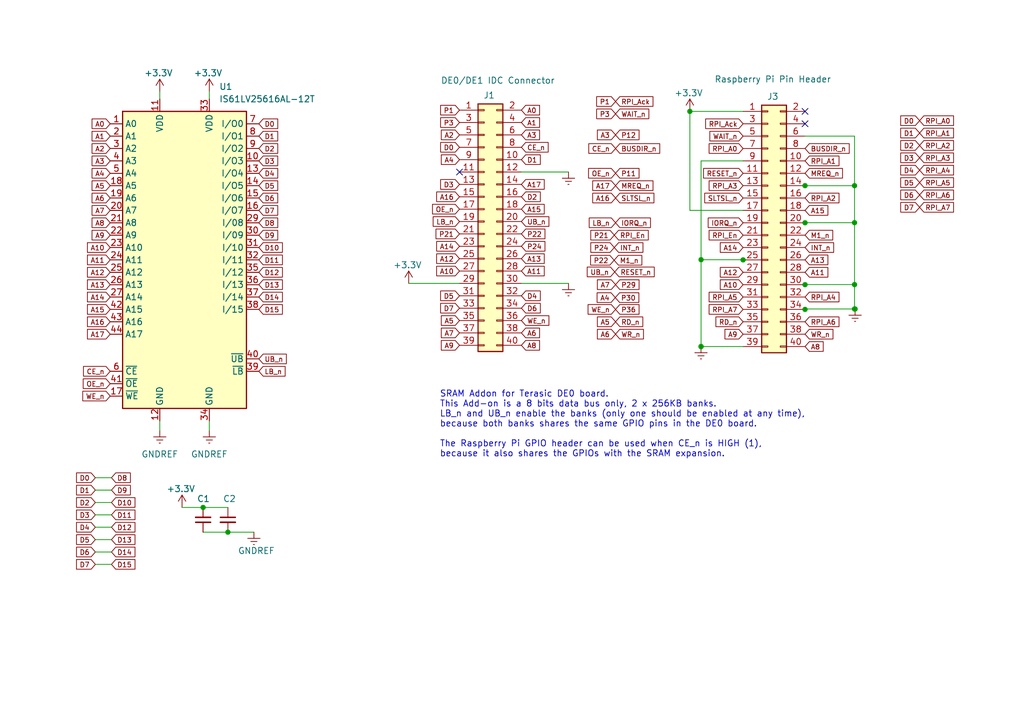
<source format=kicad_sch>
(kicad_sch (version 20211123) (generator eeschema)
  (paper "A5")
  (title_block (title "Terasic DE0 SRAM & Raspberry Pi Addon Board") (date "2023-02-21") (rev "2") (company "RCC 2023"))
  (lib_symbols
    (symbol "Connector_Generic:Conn_02x20_Odd_Even" (pin_names (offset 1.016) hide)
      (property "Reference" "J" (at 1.27 25.4 0))
      (property "Value" "Conn_02x20_Odd_Even" (at 1.27 -27.94 0))
      (symbol "Conn_02x20_Odd_Even_1_1"
        (rectangle (start -1.27 -25.273) (end 0 -25.527) (stroke (width 0.1524)))
        (rectangle (start -1.27 -22.733) (end 0 -22.987) (stroke (width 0.1524)))
        (rectangle (start -1.27 -20.193) (end 0 -20.447) (stroke (width 0.1524)))
        (rectangle (start -1.27 -17.653) (end 0 -17.907) (stroke (width 0.1524)))
        (rectangle (start -1.27 -15.113) (end 0 -15.367) (stroke (width 0.1524)))
        (rectangle (start -1.27 -12.573) (end 0 -12.827) (stroke (width 0.1524)))
        (rectangle (start -1.27 -10.033) (end 0 -10.287) (stroke (width 0.1524)))
        (rectangle (start -1.27 -7.493) (end 0 -7.747) (stroke (width 0.1524)))
        (rectangle (start -1.27 -4.953) (end 0 -5.207) (stroke (width 0.1524)))
        (rectangle (start -1.27 -2.413) (end 0 -2.667) (stroke (width 0.1524)))
        (rectangle (start -1.27 0.127) (end 0 -0.127) (stroke (width 0.1524)))
        (rectangle (start -1.27 2.667) (end 0 2.413) (stroke (width 0.1524)))
        (rectangle (start -1.27 5.207) (end 0 4.953) (stroke (width 0.1524)))
        (rectangle (start -1.27 7.747) (end 0 7.493) (stroke (width 0.1524)))
        (rectangle (start -1.27 10.287) (end 0 10.033) (stroke (width 0.1524)))
        (rectangle (start -1.27 12.827) (end 0 12.573) (stroke (width 0.1524)))
        (rectangle (start -1.27 15.367) (end 0 15.113) (stroke (width 0.1524)))
        (rectangle (start -1.27 17.907) (end 0 17.653) (stroke (width 0.1524)))
        (rectangle (start -1.27 20.447) (end 0 20.193) (stroke (width 0.1524)))
        (rectangle (start -1.27 22.987) (end 0 22.733) (stroke (width 0.1524)))
        (rectangle (start -1.27 24.13) (end 3.81 -26.67) (stroke (width 0.254)) (fill (type background)))
        (rectangle (start 3.81 -25.273) (end 2.54 -25.527) (stroke (width 0.1524)))
        (rectangle (start 3.81 -22.733) (end 2.54 -22.987) (stroke (width 0.1524)))
        (rectangle (start 3.81 -20.193) (end 2.54 -20.447) (stroke (width 0.1524)))
        (rectangle (start 3.81 -17.653) (end 2.54 -17.907) (stroke (width 0.1524)))
        (rectangle (start 3.81 -15.113) (end 2.54 -15.367) (stroke (width 0.1524)))
        (rectangle (start 3.81 -12.573) (end 2.54 -12.827) (stroke (width 0.1524)))
        (rectangle (start 3.81 -10.033) (end 2.54 -10.287) (stroke (width 0.1524)))
        (rectangle (start 3.81 -7.493) (end 2.54 -7.747) (stroke (width 0.1524)))
        (rectangle (start 3.81 -4.953) (end 2.54 -5.207) (stroke (width 0.1524)))
        (rectangle (start 3.81 -2.413) (end 2.54 -2.667) (stroke (width 0.1524)))
        (rectangle (start 3.81 0.127) (end 2.54 -0.127) (stroke (width 0.1524)))
        (rectangle (start 3.81 2.667) (end 2.54 2.413) (stroke (width 0.1524)))
        (rectangle (start 3.81 5.207) (end 2.54 4.953) (stroke (width 0.1524)))
        (rectangle (start 3.81 7.747) (end 2.54 7.493) (stroke (width 0.1524)))
        (rectangle (start 3.81 10.287) (end 2.54 10.033) (stroke (width 0.1524)))
        (rectangle (start 3.81 12.827) (end 2.54 12.573) (stroke (width 0.1524)))
        (rectangle (start 3.81 15.367) (end 2.54 15.113) (stroke (width 0.1524)))
        (rectangle (start 3.81 17.907) (end 2.54 17.653) (stroke (width 0.1524)))
        (rectangle (start 3.81 20.447) (end 2.54 20.193) (stroke (width 0.1524)))
        (rectangle (start 3.81 22.987) (end 2.54 22.733) (stroke (width 0.1524)))
        (pin passive line (at -5.08 22.86 0) (length 3.81) (name "Pin_1") (number "1"))
        (pin passive line (at 7.62 12.7 180) (length 3.81) (name "Pin_10") (number "10"))
        (pin passive line (at -5.08 10.16 0) (length 3.81) (name "Pin_11") (number "11"))
        (pin passive line (at 7.62 10.16 180) (length 3.81) (name "Pin_12") (number "12"))
        (pin passive line (at -5.08 7.62 0) (length 3.81) (name "Pin_13") (number "13"))
        (pin passive line (at 7.62 7.62 180) (length 3.81) (name "Pin_14") (number "14"))
        (pin passive line (at -5.08 5.08 0) (length 3.81) (name "Pin_15") (number "15"))
        (pin passive line (at 7.62 5.08 180) (length 3.81) (name "Pin_16") (number "16"))
        (pin passive line (at -5.08 2.54 0) (length 3.81) (name "Pin_17") (number "17"))
        (pin passive line (at 7.62 2.54 180) (length 3.81) (name "Pin_18") (number "18"))
        (pin passive line (at -5.08 0 0) (length 3.81) (name "Pin_19") (number "19"))
        (pin passive line (at 7.62 22.86 180) (length 3.81) (name "Pin_2") (number "2"))
        (pin passive line (at 7.62 0 180) (length 3.81) (name "Pin_20") (number "20"))
        (pin passive line (at -5.08 -2.54 0) (length 3.81) (name "Pin_21") (number "21"))
        (pin passive line (at 7.62 -2.54 180) (length 3.81) (name "Pin_22") (number "22"))
        (pin passive line (at -5.08 -5.08 0) (length 3.81) (name "Pin_23") (number "23"))
        (pin passive line (at 7.62 -5.08 180) (length 3.81) (name "Pin_24") (number "24"))
        (pin passive line (at -5.08 -7.62 0) (length 3.81) (name "Pin_25") (number "25"))
        (pin passive line (at 7.62 -7.62 180) (length 3.81) (name "Pin_26") (number "26"))
        (pin passive line (at -5.08 -10.16 0) (length 3.81) (name "Pin_27") (number "27"))
        (pin passive line (at 7.62 -10.16 180) (length 3.81) (name "Pin_28") (number "28"))
        (pin passive line (at -5.08 -12.7 0) (length 3.81) (name "Pin_29") (number "29"))
        (pin passive line (at -5.08 20.32 0) (length 3.81) (name "Pin_3") (number "3"))
        (pin passive line (at 7.62 -12.7 180) (length 3.81) (name "Pin_30") (number "30"))
        (pin passive line (at -5.08 -15.24 0) (length 3.81) (name "Pin_31") (number "31"))
        (pin passive line (at 7.62 -15.24 180) (length 3.81) (name "Pin_32") (number "32"))
        (pin passive line (at -5.08 -17.78 0) (length 3.81) (name "Pin_33") (number "33"))
        (pin passive line (at 7.62 -17.78 180) (length 3.81) (name "Pin_34") (number "34"))
        (pin passive line (at -5.08 -20.32 0) (length 3.81) (name "Pin_35") (number "35"))
        (pin passive line (at 7.62 -20.32 180) (length 3.81) (name "Pin_36") (number "36"))
        (pin passive line (at -5.08 -22.86 0) (length 3.81) (name "Pin_37") (number "37"))
        (pin passive line (at 7.62 -22.86 180) (length 3.81) (name "Pin_38") (number "38"))
        (pin passive line (at -5.08 -25.4 0) (length 3.81) (name "Pin_39") (number "39"))
        (pin passive line (at 7.62 20.32 180) (length 3.81) (name "Pin_4") (number "4"))
        (pin passive line (at 7.62 -25.4 180) (length 3.81) (name "Pin_40") (number "40"))
        (pin passive line (at -5.08 17.78 0) (length 3.81) (name "Pin_5") (number "5"))
        (pin passive line (at 7.62 17.78 180) (length 3.81) (name "Pin_6") (number "6"))
        (pin passive line (at -5.08 15.24 0) (length 3.81) (name "Pin_7") (number "7"))
        (pin passive line (at 7.62 15.24 180) (length 3.81) (name "Pin_8") (number "8"))
        (pin passive line (at -5.08 12.7 0) (length 3.81) (name "Pin_9") (number "9"))
      )
    )
    (symbol "Device:C_Small" (pin_numbers hide) (pin_names (offset 0.254) hide)
      (property "Reference" "C" (at 0.254 1.778 0))
      (property "Value" "C_Small" (at 0.254 -2.032 0))
      (symbol "C_Small_0_1"
        (polyline (pts (xy -1.524 -0.508) (xy 1.524 -0.508)) (stroke (width 0.3302)))
        (polyline (pts (xy -1.524 0.508) (xy 1.524 0.508)) (stroke (width 0.3048)))
      )
      (symbol "C_Small_1_1"
        (pin passive line (at 0 2.54 270) (length 2.032) (name "~") (number "1"))
        (pin passive line (at 0 -2.54 90) (length 2.032) (name "~") (number "2"))
      )
    )
    (symbol "Roni Symbols:IS61WV25616EDBLL"
      (property "Reference" "U" (at -10.16 31.75 0))
      (property "Value" "IS61WV25616EDBLL" (at 16.002 37.846 0))
      (symbol "IS61WV25616EDBLL_0_1"
        (rectangle (start -12.7 30.48) (end 12.7 -30.48) (stroke (width 0.254)) (fill (type background)))
      )
      (symbol "IS61WV25616EDBLL_1_1"
        (pin input line (at -15.24 27.94 0) (length 2.54) (name "A0") (number "1"))
        (pin bidirectional line (at 15.24 20.32 180) (length 2.54) (name "I/O3") (number "10"))
        (pin power_in line (at -5.08 33.02 270) (length 2.54) (name "VDD") (number "11"))
        (pin power_in line (at -5.08 -33.02 90) (length 2.54) (name "GND") (number "12"))
        (pin bidirectional line (at 15.24 17.78 180) (length 2.54) (name "I/O4") (number "13"))
        (pin bidirectional line (at 15.24 15.24 180) (length 2.54) (name "I/O5") (number "14"))
        (pin bidirectional line (at 15.24 12.7 180) (length 2.54) (name "I/O6") (number "15"))
        (pin bidirectional line (at 15.24 10.16 180) (length 2.54) (name "I/O7") (number "16"))
        (pin input line (at -15.24 -27.94 0) (length 2.54) (name "~{WE}") (number "17"))
        (pin input line (at -15.24 15.24 0) (length 2.54) (name "A5") (number "18"))
        (pin input line (at -15.24 12.7 0) (length 2.54) (name "A6") (number "19"))
        (pin input line (at -15.24 25.4 0) (length 2.54) (name "A1") (number "2"))
        (pin input line (at -15.24 10.16 0) (length 2.54) (name "A7") (number "20"))
        (pin input line (at -15.24 7.62 0) (length 2.54) (name "A8") (number "21"))
        (pin input line (at -15.24 5.08 0) (length 2.54) (name "A9") (number "22"))
        (pin input line (at -15.24 2.54 0) (length 2.54) (name "A10") (number "23"))
        (pin input line (at -15.24 0 0) (length 2.54) (name "A11") (number "24"))
        (pin input line (at -15.24 -2.54 0) (length 2.54) (name "A12") (number "25"))
        (pin input line (at -15.24 -5.08 0) (length 2.54) (name "A13") (number "26"))
        (pin input line (at -15.24 -7.62 0) (length 2.54) (name "A14") (number "27"))
        (pin no_connect line (at 15.24 -15.24 180) (length 2.54) hide (name "NC") (number "28"))
        (pin bidirectional line (at 15.24 7.62 180) (length 2.54) (name "I/08") (number "29"))
        (pin input line (at -15.24 22.86 0) (length 2.54) (name "A2") (number "3"))
        (pin bidirectional line (at 15.24 5.08 180) (length 2.54) (name "I/09") (number "30"))
        (pin bidirectional line (at 15.24 2.54 180) (length 2.54) (name "I/10") (number "31"))
        (pin bidirectional line (at 15.24 0 180) (length 2.54) (name "I/11") (number "32"))
        (pin power_in line (at 5.08 33.02 270) (length 2.54) (name "VDD") (number "33"))
        (pin power_in line (at 5.08 -33.02 90) (length 2.54) (name "GND") (number "34"))
        (pin bidirectional line (at 15.24 -2.54 180) (length 2.54) (name "I/12") (number "35"))
        (pin bidirectional line (at 15.24 -5.08 180) (length 2.54) (name "I/13") (number "36"))
        (pin bidirectional line (at 15.24 -7.62 180) (length 2.54) (name "I/14") (number "37"))
        (pin bidirectional line (at 15.24 -10.16 180) (length 2.54) (name "I/15") (number "38"))
        (pin input line (at 15.24 -22.86 180) (length 2.54) (name "~{LB}") (number "39"))
        (pin input line (at -15.24 20.32 0) (length 2.54) (name "A3") (number "4"))
        (pin input line (at 15.24 -20.32 180) (length 2.54) (name "~{UB}") (number "40"))
        (pin input line (at -15.24 -25.4 0) (length 2.54) (name "~{OE}") (number "41"))
        (pin input line (at -15.24 -10.16 0) (length 2.54) (name "A15") (number "42"))
        (pin input line (at -15.24 -12.7 0) (length 2.54) (name "A16") (number "43"))
        (pin input line (at -15.24 -15.24 0) (length 2.54) (name "A17") (number "44"))
        (pin input line (at -15.24 17.78 0) (length 2.54) (name "A4") (number "5"))
        (pin input line (at -15.24 -22.86 0) (length 2.54) (name "~{CE}") (number "6"))
        (pin bidirectional line (at 15.24 27.94 180) (length 2.54) (name "I/O0") (number "7"))
        (pin bidirectional line (at 15.24 25.4 180) (length 2.54) (name "I/O1") (number "8"))
        (pin bidirectional line (at 15.24 22.86 180) (length 2.54) (name "I/O2") (number "9"))
      )
    )
    (symbol "power:+3.3V" (power) (pin_names (offset 0))
      (property "Value" "+3.3V" (at 0 3.556 0))
      (symbol "+3.3V_0_1"
        (polyline (pts (xy -0.762 1.27) (xy 0 2.54)))
        (polyline (pts (xy 0 0) (xy 0 2.54)))
        (polyline (pts (xy 0 2.54) (xy 0.762 1.27)))
      )
      (symbol "+3.3V_1_1"
        (pin power_in line (at 0 0 90) (length 0) hide (name "+3.3V") (number "1"))
      )
    )
    (symbol "power:GNDREF" (power) (pin_names (offset 0))
      (property "Value" "GNDREF" (at 0 -3.81 0))
      (symbol "GNDREF_0_1"
        (polyline (pts (xy -0.635 -1.905) (xy 0.635 -1.905)))
        (polyline (pts (xy -0.127 -2.54) (xy 0.127 -2.54)))
        (polyline (pts (xy 0 -1.27) (xy 0 0)))
        (polyline (pts (xy 1.27 -1.27) (xy -1.27 -1.27)))
      )
      (symbol "GNDREF_1_1"
        (pin power_in line (at 0 0 270) (length 0) hide (name "GNDREF") (number "1"))
      )
    )
  )
  (junction (at 165.1 63.5))
  (junction (at 143.764 71.12))
  (junction (at 152.4 53.34))
  (junction (at 41.656 104.14))
  (junction (at 175.3691 63.4137))
  (junction (at 46.736 109.22))
  (junction (at 175.2505 63.4137))
  (junction (at 175.2505 38.1031))
  (junction (at 141.478 22.86))
  (junction (at 143.7828 53.2938))
  (junction (at 143.7828 71.12))
  (junction (at 175.2505 58.4025))
  (junction (at 175.2505 45.6954))
  (junction (at 165.1 38.1))
  (junction (at 165.1 45.72))
  (junction (at 165.1 58.42))
  (no_connect (at 94.234 35.306))
  (no_connect (at 165.1 25.4))
  (no_connect (at 165.1 22.86))
  (wire (pts (xy 42.926 86.36) (xy 42.926 88.392)))
  (wire (pts (xy 143.7828 53.2938) (xy 143.7828 71.12)))
  (wire (pts (xy 83.82 58.166) (xy 94.234 58.166)))
  (wire (pts (xy 143.7828 53.2938) (xy 152.4 53.2938)))
  (wire (pts (xy 165.1 45.6954) (xy 165.1 45.72)))
  (wire (pts (xy 175.2505 45.6954) (xy 165.1 45.6954)))
  (wire (pts (xy 19.558 110.744) (xy 22.86 110.744)))
  (wire (pts (xy 175.2505 58.4025) (xy 175.2505 63.4137)))
  (wire (pts (xy 19.558 113.284) (xy 22.86 113.284)))
  (wire (pts (xy 19.558 108.204) (xy 22.86 108.204)))
  (wire (pts (xy 106.934 35.306) (xy 116.586 35.306)))
  (wire (pts (xy 19.558 105.664) (xy 22.86 105.664)))
  (wire (pts (xy 175.3691 63.4137) (xy 175.2505 63.4137)))
  (wire (pts (xy 46.736 109.22) (xy 52.07 109.22)))
  (wire (pts (xy 19.558 103.124) (xy 22.86 103.124)))
  (wire (pts (xy 19.558 115.824) (xy 22.86 115.824)))
  (wire (pts (xy 143.7828 33.02) (xy 152.4 33.02)))
  (wire (pts (xy 175.2505 58.4025) (xy 165.1 58.4025)))
  (wire (pts (xy 165.1 27.94) (xy 175.2505 27.94)))
  (wire (pts (xy 175.2505 45.6954) (xy 175.2505 58.4025)))
  (wire (pts (xy 42.926 18.7553) (xy 42.926 20.32)))
  (wire (pts (xy 41.656 109.22) (xy 46.736 109.22)))
  (wire (pts (xy 165.1 38.1031) (xy 165.1 38.1)))
  (wire (pts (xy 152.4 43.18) (xy 141.478 43.18)))
  (wire (pts (xy 175.2505 63.4137) (xy 165.1 63.4137)))
  (wire (pts (xy 41.656 104.14) (xy 46.736 104.14)))
  (wire (pts (xy 143.7828 71.12) (xy 152.4 71.12)))
  (wire (pts (xy 19.558 98.044) (xy 22.86 98.044)))
  (wire (pts (xy 165.1 63.4137) (xy 165.1 63.5)))
  (wire (pts (xy 152.4 53.2938) (xy 152.4 53.34)))
  (wire (pts (xy 141.478 43.18) (xy 141.478 22.86)))
  (wire (pts (xy 143.764 71.12) (xy 143.7828 71.12)))
  (wire (pts (xy 141.478 22.86) (xy 152.4 22.86)))
  (wire (pts (xy 175.2505 38.1031) (xy 165.1 38.1031)))
  (wire (pts (xy 32.766 18.796) (xy 32.766 20.32)))
  (wire (pts (xy 106.934 58.166) (xy 116.586 58.166)))
  (wire (pts (xy 143.7828 33.02) (xy 143.7828 53.2938)))
  (wire (pts (xy 175.2505 38.1031) (xy 175.2505 45.6954)))
  (wire (pts (xy 37.338 104.14) (xy 41.656 104.14)))
  (wire (pts (xy 175.2505 27.94) (xy 175.2505 38.1031)))
  (wire (pts (xy 19.558 100.584) (xy 22.86 100.584)))
  (wire (pts (xy 32.766 86.36) (xy 32.766 88.392)))
  (wire (pts (xy 165.1 58.4025) (xy 165.1 58.42)))
  (text "SRAM Addon for Terasic DE0 board.\nThis Add-on is a 8 bits data bus only, 2 x 256KB banks.\nLB_n and UB_n enable the banks (only one should be enabled at any time), \nbecause both banks shares the same GPIO pins in the DE0 board.\n\nThe Raspberry Pi GPIO header can be used when CE_n is HIGH (1), \nbecause it also shares the GPIOs with the SRAM expansion.\n" (at 90.17 93.98 0) (effects (font (size 1.27 1.27)) (justify left bottom)))
  (global_label "D7" (shape input) (at 19.558 115.824 180) (effects (font (size 1 1))) (property "Intersheet References" "${INTERSHEET_REFS}" (effects hide)))
  (global_label "UB_n" (shape input) (at 126.0682 55.8053 180) (effects (font (size 1 1))) (property "Intersheet References" "${INTERSHEET_REFS}" (effects hide)))
  (global_label "RPI_A5" (shape input) (at 152.4 60.96 180) (effects (font (size 1 1))) (property "Intersheet References" "${INTERSHEET_REFS}" (effects hide)))
  (global_label "A14" (shape input) (at 94.234 50.546 180) (effects (font (size 1 1))) (property "Intersheet References" "${INTERSHEET_REFS}" (effects hide)))
  (global_label "D4" (shape input) (at 188.595 34.925 180) (effects (font (size 1 1))) (property "Intersheet References" "${INTERSHEET_REFS}" (effects hide)))
  (global_label "P12" (shape input) (at 126.238 27.686 0) (effects (font (size 1 1))) (property "Intersheet References" "${INTERSHEET_REFS}" (effects hide)))
  (global_label "P29" (shape input) (at 126.238 58.42 0) (effects (font (size 1 1))) (property "Intersheet References" "${INTERSHEET_REFS}" (effects hide)))
  (global_label "A9" (shape input) (at 152.4 68.58 180) (effects (font (size 1 1))) (property "Intersheet References" "${INTERSHEET_REFS}" (effects hide)))
  (global_label "RPI_A1" (shape input) (at 188.595 27.305 0) (effects (font (size 1 1))) (property "Intersheet References" "${INTERSHEET_REFS}" (effects hide)))
  (global_label "A10" (shape input) (at 22.606 50.8 180) (effects (font (size 1 1))) (property "Intersheet References" "${INTERSHEET_REFS}" (effects hide)))
  (global_label "D7" (shape input) (at 53.086 43.18 0) (effects (font (size 1 1))) (property "Intersheet References" "${INTERSHEET_REFS}" (effects hide)))
  (global_label "RPI_A6" (shape input) (at 165.1 66.04 0) (effects (font (size 1 1))) (property "Intersheet References" "${INTERSHEET_REFS}" (effects hide)))
  (global_label "OE_n" (shape input) (at 126.238 35.56 180) (effects (font (size 1 1))) (property "Intersheet References" "${INTERSHEET_REFS}" (effects hide)))
  (global_label "A6" (shape input) (at 126.238 68.58 180) (effects (font (size 1 1))) (property "Intersheet References" "${INTERSHEET_REFS}" (effects hide)))
  (global_label "A11" (shape input) (at 165.1 55.88 0) (effects (font (size 1 1))) (property "Intersheet References" "${INTERSHEET_REFS}" (effects hide)))
  (global_label "D7" (shape input) (at 188.595 42.545 180) (effects (font (size 1 1))) (property "Intersheet References" "${INTERSHEET_REFS}" (effects hide)))
  (global_label "D10" (shape input) (at 22.86 103.124 0) (effects (font (size 1 1))) (property "Intersheet References" "${INTERSHEET_REFS}" (effects hide)))
  (global_label "A0" (shape input) (at 106.934 22.606 0) (effects (font (size 1 1))) (property "Intersheet References" "${INTERSHEET_REFS}" (effects hide)))
  (global_label "P36" (shape input) (at 126.238 63.5 0) (effects (font (size 1 1))) (property "Intersheet References" "${INTERSHEET_REFS}" (effects hide)))
  (global_label "RD_n" (shape input) (at 126.238 66.04 0) (effects (font (size 1 1))) (property "Intersheet References" "${INTERSHEET_REFS}" (effects hide)))
  (global_label "D15" (shape input) (at 53.086 63.5 0) (effects (font (size 1 1))) (property "Intersheet References" "${INTERSHEET_REFS}" (effects hide)))
  (global_label "D3" (shape input) (at 188.595 32.385 180) (effects (font (size 1 1))) (property "Intersheet References" "${INTERSHEET_REFS}" (effects hide)))
  (global_label "D11" (shape input) (at 22.86 105.664 0) (effects (font (size 1 1))) (property "Intersheet References" "${INTERSHEET_REFS}" (effects hide)))
  (global_label "A3" (shape input) (at 106.934 27.686 0) (effects (font (size 1 1))) (property "Intersheet References" "${INTERSHEET_REFS}" (effects hide)))
  (global_label "P1" (shape input) (at 94.234 22.606 180) (effects (font (size 1 1))) (property "Intersheet References" "${INTERSHEET_REFS}" (effects hide)))
  (global_label "A7" (shape input) (at 94.234 68.326 180) (effects (font (size 1 1))) (property "Intersheet References" "${INTERSHEET_REFS}" (effects hide)))
  (global_label "A2" (shape input) (at 94.234 27.686 180) (effects (font (size 1 1))) (property "Intersheet References" "${INTERSHEET_REFS}" (effects hide)))
  (global_label "D12" (shape input) (at 22.86 108.204 0) (effects (font (size 1 1))) (property "Intersheet References" "${INTERSHEET_REFS}" (effects hide)))
  (global_label "CE_n" (shape input) (at 126.238 30.48 180) (effects (font (size 1 1))) (property "Intersheet References" "${INTERSHEET_REFS}" (effects hide)))
  (global_label "A15" (shape input) (at 22.606 63.5 180) (effects (font (size 1 1))) (property "Intersheet References" "${INTERSHEET_REFS}" (effects hide)))
  (global_label "RD_n" (shape input) (at 152.4 66.04 180) (effects (font (size 1 1))) (property "Intersheet References" "${INTERSHEET_REFS}" (effects hide)))
  (global_label "D1" (shape input) (at 19.558 100.584 180) (effects (font (size 1 1))) (property "Intersheet References" "${INTERSHEET_REFS}" (effects hide)))
  (global_label "WR_n" (shape input) (at 126.238 68.58 0) (effects (font (size 1 1))) (property "Intersheet References" "${INTERSHEET_REFS}" (effects hide)))
  (global_label "OE_n" (shape input) (at 94.234 42.926 180) (effects (font (size 1 1))) (property "Intersheet References" "${INTERSHEET_REFS}" (effects hide)))
  (global_label "UB_n" (shape input) (at 106.934 45.466 0) (effects (font (size 1 1))) (property "Intersheet References" "${INTERSHEET_REFS}" (effects hide)))
  (global_label "P24" (shape input) (at 106.934 50.546 0) (effects (font (size 1 1))) (property "Intersheet References" "${INTERSHEET_REFS}" (effects hide)))
  (global_label "A5" (shape input) (at 126.238 66.04 180) (effects (font (size 1 1))) (property "Intersheet References" "${INTERSHEET_REFS}" (effects hide)))
  (global_label "D6" (shape input) (at 19.558 113.284 180) (effects (font (size 1 1))) (property "Intersheet References" "${INTERSHEET_REFS}" (effects hide)))
  (global_label "RPI_A7" (shape input) (at 152.4 63.5 180) (effects (font (size 1 1))) (property "Intersheet References" "${INTERSHEET_REFS}" (effects hide)))
  (global_label "RPI_A5" (shape input) (at 188.595 37.465 0) (effects (font (size 1 1))) (property "Intersheet References" "${INTERSHEET_REFS}" (effects hide)))
  (global_label "D0" (shape input) (at 53.086 25.4 0) (effects (font (size 1 1))) (property "Intersheet References" "${INTERSHEET_REFS}" (effects hide)))
  (global_label "D8" (shape input) (at 53.086 45.72 0) (effects (font (size 1 1))) (property "Intersheet References" "${INTERSHEET_REFS}" (effects hide)))
  (global_label "D12" (shape input) (at 53.086 55.88 0) (effects (font (size 1 1))) (property "Intersheet References" "${INTERSHEET_REFS}" (effects hide)))
  (global_label "D1" (shape input) (at 53.086 27.94 0) (effects (font (size 1 1))) (property "Intersheet References" "${INTERSHEET_REFS}" (effects hide)))
  (global_label "A14" (shape input) (at 152.4 50.8 180) (effects (font (size 1 1))) (property "Intersheet References" "${INTERSHEET_REFS}" (effects hide)))
  (global_label "D13" (shape input) (at 22.86 110.744 0) (effects (font (size 1 1))) (property "Intersheet References" "${INTERSHEET_REFS}" (effects hide)))
  (global_label "A8" (shape input) (at 106.934 70.866 0) (effects (font (size 1 1))) (property "Intersheet References" "${INTERSHEET_REFS}" (effects hide)))
  (global_label "WE_n" (shape input) (at 106.934 65.786 0) (effects (font (size 1 1))) (property "Intersheet References" "${INTERSHEET_REFS}" (effects hide)))
  (global_label "D10" (shape input) (at 53.086 50.8 0) (effects (font (size 1 1))) (property "Intersheet References" "${INTERSHEET_REFS}" (effects hide)))
  (global_label "WE_n" (shape input) (at 22.606 81.28 180) (effects (font (size 1 1))) (property "Intersheet References" "${INTERSHEET_REFS}" (effects hide)))
  (global_label "D4" (shape input) (at 53.086 35.56 0) (effects (font (size 1 1))) (property "Intersheet References" "${INTERSHEET_REFS}" (effects hide)))
  (global_label "A8" (shape input) (at 22.606 45.72 180) (effects (font (size 1 1))) (property "Intersheet References" "${INTERSHEET_REFS}" (effects hide)))
  (global_label "RPI_En" (shape input) (at 125.984 48.26 0) (effects (font (size 1 1))) (property "Intersheet References" "${INTERSHEET_REFS}" (effects hide)))
  (global_label "P21" (shape input) (at 125.984 48.26 180) (effects (font (size 1 1))) (property "Intersheet References" "${INTERSHEET_REFS}" (effects hide)))
  (global_label "BUSDIR_n" (shape input) (at 126.238 30.48 0) (effects (font (size 1 1))) (property "Intersheet References" "${INTERSHEET_REFS}" (effects hide)))
  (global_label "SLTSL_n" (shape input) (at 126.238 40.64 0) (effects (font (size 1 1))) (property "Intersheet References" "${INTERSHEET_REFS}" (effects hide)))
  (global_label "P22" (shape input) (at 125.9483 53.4078 180) (effects (font (size 1 1))) (property "Intersheet References" "${INTERSHEET_REFS}" (effects hide)))
  (global_label "A4" (shape input) (at 22.606 35.56 180) (effects (font (size 1 1))) (property "Intersheet References" "${INTERSHEET_REFS}" (effects hide)))
  (global_label "P21" (shape input) (at 94.234 48.006 180) (effects (font (size 1 1))) (property "Intersheet References" "${INTERSHEET_REFS}" (effects hide)))
  (global_label "WAIT_n" (shape input) (at 152.4 27.94 180) (effects (font (size 1 1))) (property "Intersheet References" "${INTERSHEET_REFS}" (effects hide)))
  (global_label "A16" (shape input) (at 22.606 66.04 180) (effects (font (size 1 1))) (property "Intersheet References" "${INTERSHEET_REFS}" (effects hide)))
  (global_label "RPI_A0" (shape input) (at 188.595 24.765 0) (effects (font (size 1 1))) (property "Intersheet References" "${INTERSHEET_REFS}" (effects hide)))
  (global_label "D0" (shape input) (at 188.595 24.765 180) (effects (font (size 1 1))) (property "Intersheet References" "${INTERSHEET_REFS}" (effects hide)))
  (global_label "D4" (shape input) (at 19.558 108.204 180) (effects (font (size 1 1))) (property "Intersheet References" "${INTERSHEET_REFS}" (effects hide)))
  (global_label "SLTSL_n" (shape input) (at 152.4 40.64 180) (effects (font (size 1 1))) (property "Intersheet References" "${INTERSHEET_REFS}" (effects hide)))
  (global_label "D3" (shape input) (at 19.558 105.664 180) (effects (font (size 1 1))) (property "Intersheet References" "${INTERSHEET_REFS}" (effects hide)))
  (global_label "A4" (shape input) (at 126.1881 61.08 180) (effects (font (size 1 1))) (property "Intersheet References" "${INTERSHEET_REFS}" (effects hide)))
  (global_label "D6" (shape input) (at 106.934 63.246 0) (effects (font (size 1 1))) (property "Intersheet References" "${INTERSHEET_REFS}" (effects hide)))
  (global_label "RPI_A4" (shape input) (at 165.1 60.96 0) (effects (font (size 1 1))) (property "Intersheet References" "${INTERSHEET_REFS}" (effects hide)))
  (global_label "A12" (shape input) (at 94.234 53.086 180) (effects (font (size 1 1))) (property "Intersheet References" "${INTERSHEET_REFS}" (effects hide)))
  (global_label "A13" (shape input) (at 106.934 53.086 0) (effects (font (size 1 1))) (property "Intersheet References" "${INTERSHEET_REFS}" (effects hide)))
  (global_label "RPI_A4" (shape input) (at 188.595 34.925 0) (effects (font (size 1 1))) (property "Intersheet References" "${INTERSHEET_REFS}" (effects hide)))
  (global_label "M1_n" (shape input) (at 165.1 48.26 0) (effects (font (size 1 1))) (property "Intersheet References" "${INTERSHEET_REFS}" (effects hide)))
  (global_label "D6" (shape input) (at 53.086 40.64 0) (effects (font (size 1 1))) (property "Intersheet References" "${INTERSHEET_REFS}" (effects hide)))
  (global_label "A6" (shape input) (at 22.606 40.64 180) (effects (font (size 1 1))) (property "Intersheet References" "${INTERSHEET_REFS}" (effects hide)))
  (global_label "A1" (shape input) (at 106.934 25.146 0) (effects (font (size 1 1))) (property "Intersheet References" "${INTERSHEET_REFS}" (effects hide)))
  (global_label "D9" (shape input) (at 22.86 100.584 0) (effects (font (size 1 1))) (property "Intersheet References" "${INTERSHEET_REFS}" (effects hide)))
  (global_label "CE_n" (shape input) (at 106.934 30.226 0) (effects (font (size 1 1))) (property "Intersheet References" "${INTERSHEET_REFS}" (effects hide)))
  (global_label "A15" (shape input) (at 106.934 42.926 0) (effects (font (size 1 1))) (property "Intersheet References" "${INTERSHEET_REFS}" (effects hide)))
  (global_label "D7" (shape input) (at 94.234 63.246 180) (effects (font (size 1 1))) (property "Intersheet References" "${INTERSHEET_REFS}" (effects hide)))
  (global_label "D14" (shape input) (at 22.86 113.284 0) (effects (font (size 1 1))) (property "Intersheet References" "${INTERSHEET_REFS}" (effects hide)))
  (global_label "D2" (shape input) (at 19.558 103.124 180) (effects (font (size 1 1))) (property "Intersheet References" "${INTERSHEET_REFS}" (effects hide)))
  (global_label "A2" (shape input) (at 22.606 30.48 180) (effects (font (size 1 1))) (property "Intersheet References" "${INTERSHEET_REFS}" (effects hide)))
  (global_label "D3" (shape input) (at 53.086 33.02 0) (effects (font (size 1 1))) (property "Intersheet References" "${INTERSHEET_REFS}" (effects hide)))
  (global_label "A3" (shape input) (at 126.238 27.686 180) (effects (font (size 1 1))) (property "Intersheet References" "${INTERSHEET_REFS}" (effects hide)))
  (global_label "D8" (shape input) (at 22.86 98.044 0) (effects (font (size 1 1))) (property "Intersheet References" "${INTERSHEET_REFS}" (effects hide)))
  (global_label "RPI_Ack" (shape input) (at 152.4 25.4 180) (effects (font (size 1 1))) (property "Intersheet References" "${INTERSHEET_REFS}" (effects hide)))
  (global_label "A3" (shape input) (at 22.606 33.02 180) (effects (font (size 1 1))) (property "Intersheet References" "${INTERSHEET_REFS}" (effects hide)))
  (global_label "A9" (shape input) (at 22.606 48.26 180) (effects (font (size 1 1))) (property "Intersheet References" "${INTERSHEET_REFS}" (effects hide)))
  (global_label "IORQ_n" (shape input) (at 126.238 45.72 0) (effects (font (size 1 1))) (property "Intersheet References" "${INTERSHEET_REFS}" (effects hide)))
  (global_label "A11" (shape input) (at 106.934 55.626 0) (effects (font (size 1 1))) (property "Intersheet References" "${INTERSHEET_REFS}" (effects hide)))
  (global_label "A12" (shape input) (at 152.4 55.88 180) (effects (font (size 1 1))) (property "Intersheet References" "${INTERSHEET_REFS}" (effects hide)))
  (global_label "D0" (shape input) (at 19.558 98.044 180) (effects (font (size 1 1))) (property "Intersheet References" "${INTERSHEET_REFS}" (effects hide)))
  (global_label "INT_n" (shape input) (at 125.984 50.8 0) (effects (font (size 1 1))) (property "Intersheet References" "${INTERSHEET_REFS}" (effects hide)))
  (global_label "P22" (shape input) (at 106.934 48.006 0) (effects (font (size 1 1))) (property "Intersheet References" "${INTERSHEET_REFS}" (effects hide)))
  (global_label "D13" (shape input) (at 53.086 58.42 0) (effects (font (size 1 1))) (property "Intersheet References" "${INTERSHEET_REFS}" (effects hide)))
  (global_label "D2" (shape input) (at 188.595 29.845 180) (effects (font (size 1 1))) (property "Intersheet References" "${INTERSHEET_REFS}" (effects hide)))
  (global_label "A5" (shape input) (at 22.606 38.1 180) (effects (font (size 1 1))) (property "Intersheet References" "${INTERSHEET_REFS}" (effects hide)))
  (global_label "A15" (shape input) (at 165.1 43.18 0) (effects (font (size 1 1))) (property "Intersheet References" "${INTERSHEET_REFS}" (effects hide)))
  (global_label "A14" (shape input) (at 22.606 60.96 180) (effects (font (size 1 1))) (property "Intersheet References" "${INTERSHEET_REFS}" (effects hide)))
  (global_label "D5" (shape input) (at 188.595 37.465 180) (effects (font (size 1 1))) (property "Intersheet References" "${INTERSHEET_REFS}" (effects hide)))
  (global_label "A0" (shape input) (at 22.606 25.4 180) (effects (font (size 1 1))) (property "Intersheet References" "${INTERSHEET_REFS}" (effects hide)))
  (global_label "D1" (shape input) (at 106.934 32.766 0) (effects (font (size 1 1))) (property "Intersheet References" "${INTERSHEET_REFS}" (effects hide)))
  (global_label "LB_n" (shape input) (at 94.234 45.466 180) (effects (font (size 1 1))) (property "Intersheet References" "${INTERSHEET_REFS}" (effects hide)))
  (global_label "IORQ_n" (shape input) (at 152.4 45.72 180) (effects (font (size 1 1))) (property "Intersheet References" "${INTERSHEET_REFS}" (effects hide)))
  (global_label "D4" (shape input) (at 106.934 60.706 0) (effects (font (size 1 1))) (property "Intersheet References" "${INTERSHEET_REFS}" (effects hide)))
  (global_label "A13" (shape input) (at 165.1 53.34 0) (effects (font (size 1 1))) (property "Intersheet References" "${INTERSHEET_REFS}" (effects hide)))
  (global_label "RPI_A1" (shape input) (at 165.1 33.02 0) (effects (font (size 1 1))) (property "Intersheet References" "${INTERSHEET_REFS}" (effects hide)))
  (global_label "INT_n" (shape input) (at 165.1 50.8 0) (effects (font (size 1 1))) (property "Intersheet References" "${INTERSHEET_REFS}" (effects hide)))
  (global_label "M1_n" (shape input) (at 125.9483 53.4078 0) (effects (font (size 1 1))) (property "Intersheet References" "${INTERSHEET_REFS}" (effects hide)))
  (global_label "RPI_A7" (shape input) (at 188.595 42.545 0) (effects (font (size 1 1))) (property "Intersheet References" "${INTERSHEET_REFS}" (effects hide)))
  (global_label "A9" (shape input) (at 94.234 70.866 180) (effects (font (size 1 1))) (property "Intersheet References" "${INTERSHEET_REFS}" (effects hide)))
  (global_label "A1" (shape input) (at 22.606 27.94 180) (effects (font (size 1 1))) (property "Intersheet References" "${INTERSHEET_REFS}" (effects hide)))
  (global_label "LB_n" (shape input) (at 53.086 76.2 0) (effects (font (size 1 1))) (property "Intersheet References" "${INTERSHEET_REFS}" (effects hide)))
  (global_label "A7" (shape input) (at 126.238 58.42 180) (effects (font (size 1 1))) (property "Intersheet References" "${INTERSHEET_REFS}" (effects hide)))
  (global_label "P24" (shape input) (at 125.984 50.8 180) (effects (font (size 1 1))) (property "Intersheet References" "${INTERSHEET_REFS}" (effects hide)))
  (global_label "D6" (shape input) (at 188.595 40.005 180) (effects (font (size 1 1))) (property "Intersheet References" "${INTERSHEET_REFS}" (effects hide)))
  (global_label "D5" (shape input) (at 53.086 38.1 0) (effects (font (size 1 1))) (property "Intersheet References" "${INTERSHEET_REFS}" (effects hide)))
  (global_label "BUSDIR_n" (shape input) (at 165.1 30.48 0) (effects (font (size 1 1))) (property "Intersheet References" "${INTERSHEET_REFS}" (effects hide)))
  (global_label "P3" (shape input) (at 94.234 25.146 180) (effects (font (size 1 1))) (property "Intersheet References" "${INTERSHEET_REFS}" (effects hide)))
  (global_label "A17" (shape input) (at 126.238 38.1 180) (effects (font (size 1 1))) (property "Intersheet References" "${INTERSHEET_REFS}" (effects hide)))
  (global_label "RPI_A6" (shape input) (at 188.595 40.005 0) (effects (font (size 1 1))) (property "Intersheet References" "${INTERSHEET_REFS}" (effects hide)))
  (global_label "D1" (shape input) (at 188.595 27.305 180) (effects (font (size 1 1))) (property "Intersheet References" "${INTERSHEET_REFS}" (effects hide)))
  (global_label "RESET_n" (shape input) (at 152.4 35.56 180) (effects (font (size 1 1))) (property "Intersheet References" "${INTERSHEET_REFS}" (effects hide)))
  (global_label "D5" (shape input) (at 94.234 60.706 180) (effects (font (size 1 1))) (property "Intersheet References" "${INTERSHEET_REFS}" (effects hide)))
  (global_label "A16" (shape input) (at 126.238 40.64 180) (effects (font (size 1 1))) (property "Intersheet References" "${INTERSHEET_REFS}" (effects hide)))
  (global_label "D5" (shape input) (at 19.558 110.744 180) (effects (font (size 1 1))) (property "Intersheet References" "${INTERSHEET_REFS}" (effects hide)))
  (global_label "D3" (shape input) (at 94.234 37.846 180) (effects (font (size 1 1))) (property "Intersheet References" "${INTERSHEET_REFS}" (effects hide)))
  (global_label "P3" (shape input) (at 126.238 23.368 180) (effects (font (size 1 1))) (property "Intersheet References" "${INTERSHEET_REFS}" (effects hide)))
  (global_label "D11" (shape input) (at 53.086 53.34 0) (effects (font (size 1 1))) (property "Intersheet References" "${INTERSHEET_REFS}" (effects hide)))
  (global_label "CE_n" (shape input) (at 22.606 76.2 180) (effects (font (size 1 1))) (property "Intersheet References" "${INTERSHEET_REFS}" (effects hide)))
  (global_label "A12" (shape input) (at 22.606 55.88 180) (effects (font (size 1 1))) (property "Intersheet References" "${INTERSHEET_REFS}" (effects hide)))
  (global_label "D0" (shape input) (at 94.234 30.226 180) (effects (font (size 1 1))) (property "Intersheet References" "${INTERSHEET_REFS}" (effects hide)))
  (global_label "A10" (shape input) (at 94.234 55.626 180) (effects (font (size 1 1))) (property "Intersheet References" "${INTERSHEET_REFS}" (effects hide)))
  (global_label "A8" (shape input) (at 165.1 71.12 0) (effects (font (size 1 1))) (property "Intersheet References" "${INTERSHEET_REFS}" (effects hide)))
  (global_label "RPI_A0" (shape input) (at 152.4 30.48 180) (effects (font (size 1 1))) (property "Intersheet References" "${INTERSHEET_REFS}" (effects hide)))
  (global_label "A10" (shape input) (at 152.4 58.42 180) (effects (font (size 1 1))) (property "Intersheet References" "${INTERSHEET_REFS}" (effects hide)))
  (global_label "RPI_A3" (shape input) (at 152.4 38.1 180) (effects (font (size 1 1))) (property "Intersheet References" "${INTERSHEET_REFS}" (effects hide)))
  (global_label "A13" (shape input) (at 22.606 58.42 180) (effects (font (size 1 1))) (property "Intersheet References" "${INTERSHEET_REFS}" (effects hide)))
  (global_label "A6" (shape input) (at 106.934 68.326 0) (effects (font (size 1 1))) (property "Intersheet References" "${INTERSHEET_REFS}" (effects hide)))
  (global_label "A5" (shape input) (at 94.234 65.786 180) (effects (font (size 1 1))) (property "Intersheet References" "${INTERSHEET_REFS}" (effects hide)))
  (global_label "RPI_Ack" (shape input) (at 126.238 20.828 0) (effects (font (size 1 1))) (property "Intersheet References" "${INTERSHEET_REFS}" (effects hide)))
  (global_label "P1" (shape input) (at 126.238 20.828 180) (effects (font (size 1 1))) (property "Intersheet References" "${INTERSHEET_REFS}" (effects hide)))
  (global_label "A7" (shape input) (at 22.606 43.18 180) (effects (font (size 1 1))) (property "Intersheet References" "${INTERSHEET_REFS}" (effects hide)))
  (global_label "A16" (shape input) (at 94.234 40.386 180) (effects (font (size 1 1))) (property "Intersheet References" "${INTERSHEET_REFS}" (effects hide)))
  (global_label "LB_n" (shape input) (at 126.238 45.72 180) (effects (font (size 1 1))) (property "Intersheet References" "${INTERSHEET_REFS}" (effects hide)))
  (global_label "P30" (shape input) (at 126.1881 61.08 0) (effects (font (size 1 1))) (property "Intersheet References" "${INTERSHEET_REFS}" (effects hide)))
  (global_label "A4" (shape input) (at 94.234 32.766 180) (effects (font (size 1 1))) (property "Intersheet References" "${INTERSHEET_REFS}" (effects hide)))
  (global_label "RESET_n" (shape input) (at 126.0682 55.8053 0) (effects (font (size 1 1))) (property "Intersheet References" "${INTERSHEET_REFS}" (effects hide)))
  (global_label "WAIT_n" (shape input) (at 126.238 23.368 0) (effects (font (size 1 1))) (property "Intersheet References" "${INTERSHEET_REFS}" (effects hide)))
  (global_label "A17" (shape input) (at 106.934 37.846 0) (effects (font (size 1 1))) (property "Intersheet References" "${INTERSHEET_REFS}" (effects hide)))
  (global_label "D9" (shape input) (at 53.086 48.26 0) (effects (font (size 1 1))) (property "Intersheet References" "${INTERSHEET_REFS}" (effects hide)))
  (global_label "MREQ_n" (shape input) (at 165.1 35.56 0) (effects (font (size 1 1))) (property "Intersheet References" "${INTERSHEET_REFS}" (effects hide)))
  (global_label "UB_n" (shape input) (at 53.086 73.66 0) (effects (font (size 1 1))) (property "Intersheet References" "${INTERSHEET_REFS}" (effects hide)))
  (global_label "RPI_A2" (shape input) (at 188.595 29.845 0) (effects (font (size 1 1))) (property "Intersheet References" "${INTERSHEET_REFS}" (effects hide)))
  (global_label "WR_n" (shape input) (at 165.1 68.58 0) (effects (font (size 1 1))) (property "Intersheet References" "${INTERSHEET_REFS}" (effects hide)))
  (global_label "A11" (shape input) (at 22.606 53.34 180) (effects (font (size 1 1))) (property "Intersheet References" "${INTERSHEET_REFS}" (effects hide)))
  (global_label "WE_n" (shape input) (at 126.238 63.5 180) (effects (font (size 1 1))) (property "Intersheet References" "${INTERSHEET_REFS}" (effects hide)))
  (global_label "RPI_A2" (shape input) (at 165.1 40.64 0) (effects (font (size 1 1))) (property "Intersheet References" "${INTERSHEET_REFS}" (effects hide)))
  (global_label "D15" (shape input) (at 22.86 115.824 0) (effects (font (size 1 1))) (property "Intersheet References" "${INTERSHEET_REFS}" (effects hide)))
  (global_label "P11" (shape input) (at 126.238 35.56 0) (effects (font (size 1 1))) (property "Intersheet References" "${INTERSHEET_REFS}" (effects hide)))
  (global_label "RPI_A3" (shape input) (at 188.595 32.385 0) (effects (font (size 1 1))) (property "Intersheet References" "${INTERSHEET_REFS}" (effects hide)))
  (global_label "D14" (shape input) (at 53.086 60.96 0) (effects (font (size 1 1))) (property "Intersheet References" "${INTERSHEET_REFS}" (effects hide)))
  (global_label "D2" (shape input) (at 53.086 30.48 0) (effects (font (size 1 1))) (property "Intersheet References" "${INTERSHEET_REFS}" (effects hide)))
  (global_label "RPI_En" (shape input) (at 152.4 48.26 180) (effects (font (size 1 1))) (property "Intersheet References" "${INTERSHEET_REFS}" (effects hide)))
  (global_label "D2" (shape input) (at 106.934 40.386 0) (effects (font (size 1 1))) (property "Intersheet References" "${INTERSHEET_REFS}" (effects hide)))
  (global_label "MREQ_n" (shape input) (at 126.238 38.1 0) (effects (font (size 1 1))) (property "Intersheet References" "${INTERSHEET_REFS}" (effects hide)))
  (global_label "A17" (shape input) (at 22.606 68.58 180) (effects (font (size 1 1))) (property "Intersheet References" "${INTERSHEET_REFS}" (effects hide)))
  (global_label "OE_n" (shape input) (at 22.606 78.74 180) (effects (font (size 1 1))) (property "Intersheet References" "${INTERSHEET_REFS}" (effects hide)))
  (symbol (lib_id "power:+3.3V") (at 83.82 58.166 0) (unit 1)
    (property "Reference" "#PWR05" (effects hide))
    (property "Value" "+3.3V" (at 83.566 54.3967 0))
  )
  (symbol (lib_id "power:+3.3V") (at 37.338 104.14 0) (unit 1)
    (property "Reference" "#PWR08" (effects hide))
    (property "Value" "+3.3V" (at 37.084 100.33 0))
  )
  (symbol (lib_id "power:GNDREF") (at 116.586 35.306 0) (unit 1)
    (property "Reference" "#PWR06" (effects hide))
    (property "Value" "GNDREF" (effects hide))
  )
  (symbol (lib_id "power:GNDREF") (at 175.3691 63.4137 0) (unit 1)
    (property "Reference" "#PWR0101" (effects hide))
    (property "Value" "GNDREF" (effects hide))
  )
  (symbol (lib_id "Device:C_Small") (at 46.736 106.68 0) (unit 1)
    (property "Reference" "C2" (at 45.72 102.362 0) (effects (justify left)))
    (property "Value" "C_Small" (effects hide))
    (property "Footprint" "Capacitor_SMD:C_0603_1608Metric_Pad1.08x0.95mm_HandSolder" (effects hide))
  )
  (symbol (lib_id "Device:C_Small") (at 41.656 106.68 180) (unit 1)
    (property "Reference" "C1" (at 40.386 102.362 0) (effects (justify right)))
    (property "Value" "C_Small" (effects hide))
    (property "Footprint" "Capacitor_SMD:C_0603_1608Metric_Pad1.08x0.95mm_HandSolder" (effects hide))
  )
  (symbol (lib_id "power:+3.3V") (at 32.766 18.796 0) (unit 1)
    (property "Reference" "#PWR01" (effects hide))
    (property "Value" "+3.3V" (at 32.512 14.986 0))
  )
  (symbol (lib_id "power:+3.3V") (at 141.478 22.86 0) (unit 1)
    (property "Reference" "#PWR010" (effects hide))
    (property "Value" "+3.3V" (at 141.224 19.0907 0))
  )
  (symbol (lib_id "power:GNDREF") (at 52.07 109.22 0) (unit 1)
    (property "Reference" "#PWR09" (effects hide))
    (property "Value" "GNDREF" (at 52.578 113.03 0))
  )
  (symbol (lib_id "power:GNDREF") (at 32.766 88.392 0) (unit 1)
    (property "Reference" "#PWR02" (effects hide))
    (property "Value" "GNDREF" (at 32.766 93.218 0))
  )
  (symbol (lib_id "power:GNDREF") (at 42.926 88.392 0) (unit 1)
    (property "Reference" "#PWR04" (effects hide))
    (property "Value" "GNDREF" (at 42.926 93.218 0))
  )
  (symbol (lib_id "Roni Symbols:IS61WV25616EDBLL") (at 37.846 53.34 0) (unit 1)
    (property "Reference" "U1" (at 44.9454 17.78 0) (effects (justify left)))
    (property "Value" "IS61LV25616AL-12T" (at 44.9454 20.32 0) (effects (justify left)))
    (property "Footprint" "Roni Footprints:SOP80P1176X120-44N" (effects hide))
    (property "Datasheet" "http://www.issi.com/WW/pdf/61-64C5128AL.pdf" (effects hide))
  )
  (symbol (lib_id "power:GNDREF") (at 116.586 58.166 0) (unit 1)
    (property "Reference" "#PWR07" (effects hide))
    (property "Value" "GNDREF" (effects hide))
  )
  (symbol (lib_id "power:+3.3V") (at 42.926 18.7553 0) (unit 1)
    (property "Reference" "#PWR03" (effects hide))
    (property "Value" "+3.3V" (at 42.672 14.986 0))
  )
  (symbol (lib_id "Connector_Generic:Conn_02x20_Odd_Even") (at 157.48 45.72 0) (unit 1)
    (property "Reference" "J3" (at 158.496 19.812 0))
    (property "Value" "Raspberry Pi Pin Header" (at 158.496 16.256 0))
    (property "Footprint" "Connector_PinHeader_2.54mm:PinHeader_2x20_P2.54mm_Vertical" (effects hide))
  )
  (symbol (lib_id "power:GNDREF") (at 143.764 71.12 0) (unit 1)
    (property "Reference" "#PWR012" (effects hide))
    (property "Value" "GNDREF" (effects hide))
  )
  (symbol (lib_id "Connector_Generic:Conn_02x20_Odd_Even") (at 99.314 45.466 0) (unit 1)
    (property "Reference" "J1" (at 100.33 19.558 0))
    (property "Value" "DE0/DE1 IDC Connector" (at 102.108 16.51 0))
    (property "Footprint" "Connector_PinSocket_2.54mm:PinSocket_2x20_P2.54mm_Vertical" (effects hide))
  )
)
</source>
